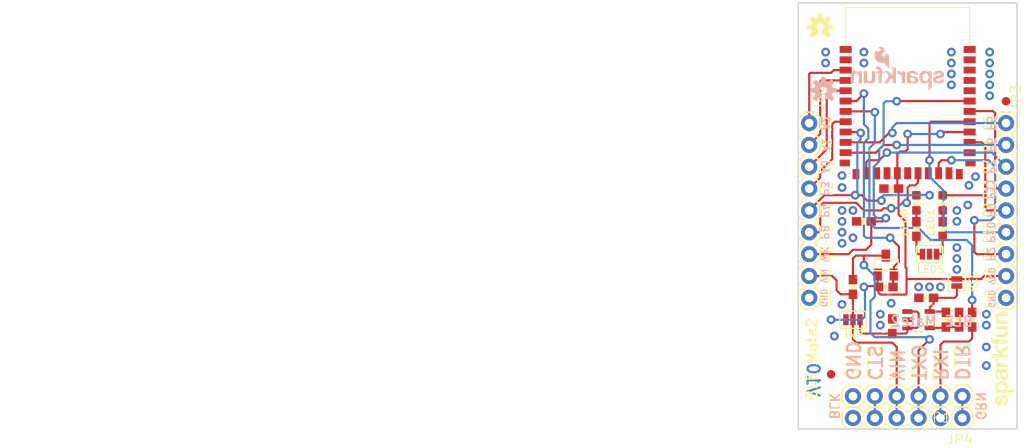
<source format=kicad_pcb>
(kicad_pcb (version 20211014) (generator pcbnew)
  (layers (0 "F.Cu" signal) (1 "In1.Cu" signal) (2 "In2.Cu" signal) (31 "B.Cu" signal) (34 "B.Paste" user) (35 "F.Paste" user) (36 "B.SilkS" user "B.Silkscreen") (37 "F.SilkS" user "F.Silkscreen") (38 "B.Mask" user) (39 "F.Mask" user) (44 "Edge.Cuts" user))
  (net 0 "")
  (net 1 "3.3V")
  (net 2 "TXO")
  (net 3 "RXI")
  (net 4 "N$3")
  (net 5 "GND")
  (net 6 "VDD")
  (net 7 "VIN")
  (net 8 "N$4")
  (net 9 "N$2")
  (net 10 "WAKE")
  (net 11 "N$5")
  (net 12 "N$6")
  (net 13 "N$8")
  (net 14 "N$9")
  (net 15 "PIO_10")
  (net 16 "PIO_9")
  (net 17 "PIO_7")
  (net 18 "PIO_6")
  (net 19 "PIO_5")
  (net 20 "PIO_4")
  (net 21 "PIO_3")
  (net 22 "AIO_2")
  (net 23 "AIO_1")
  (net 24 "AIO_0")
  (net 25 "V_UNREG")
  (net 26 "PIO_2")
  (net 27 "PIO_11")
  (net 28 "PIO_8")
  (net 29 "DTR")
  (net 30 "CTS")
  (footprint "boardEagle:PAD-JUMPER-3-2OF3_NC_BY_PASTE_YES_SILK_FULL_BOX" (layer "F.Cu") (at 142.1511 117.0686)
    (fp_text reference "INP0")
    (fp_text value "JUMPER-PAD-3-2OF3_NC_BY_PASTE")
  )
  (footprint "boardEagle:FIDUCIAL-1X2" (layer "F.Cu") (at 159.9311 91.6686)
    (fp_text reference "FID2" hide)
    (fp_text value "FIDUCIAL1X2" hide)
  )
  (footprint "boardEagle:FIDUCIAL-1X2" (layer "F.Cu") (at 139.6111 123.4186)
    (fp_text reference "FID1" hide)
    (fp_text value "FIDUCIAL1X2" hide)
  )
  (footprint "boardEagle:SOT23-5" (layer "F.Cu") (at 149.7711 117.0686 -90)
    (fp_text reference "U2")
    (fp_text value "AP2202-ADJ")
  )
  (footprint "boardEagle:0603-RES" (layer "F.Cu") (at 149.5171 106.5276 90)
    (fp_text reference "R8")
    (fp_text value "1K")
  )
  (footprint "boardEagle:SFE_LOGO_NAME_.1" (layer "F.Cu") (at 161.4551 127.6096 90)
    (fp_text reference "LOGO1" hide)
    (fp_text value "SFE_LOGO_NAME.1_INCH" hide)
  )
  (footprint "boardEagle:0603-CAP" (layer "F.Cu") (at 150.6601 114.5286 180)
    (fp_text reference "C2")
    (fp_text value "2.2uF")
  )
  (footprint "boardEagle:0603-RES" (layer "F.Cu") (at 155.9941 117.0686 -90)
    (fp_text reference "R1")
    (fp_text value "1K")
  )
  (footprint "boardEagle:OSHW-LOGO-S" (layer "F.Cu") (at 138.3411 83.0326)
    (fp_text reference "LOGO2" hide)
    (fp_text value "OSHW-LOGOS" hide)
  )
  (footprint "boardEagle:0603-RES" (layer "F.Cu") (at 152.9461 117.0686 90)
    (fp_text reference "R6")
    (fp_text value "16.2k")
  )
  (footprint "boardEagle:0603-RES" (layer "F.Cu") (at 142.1511 113.2586 -90)
    (fp_text reference "R3")
    (fp_text value "10K")
  )
  (footprint "boardEagle:LED-0603" (layer "F.Cu") (at 149.5171 103.4796 180)
    (fp_text reference "LED0")
    (fp_text value "BLUE")
  )
  (footprint "boardEagle:CREATIVE_COMMONS" (layer "F.Cu") (at 63.4111 99.2886)
    (fp_text reference "FRAME1" hide)
    (fp_text value "FRAME-LETTER" hide)
  )
  (footprint "boardEagle:PAD-JUMPER-2-NC_BY_PASTE_YES_SILK" (layer "F.Cu") (at 154.2161 112.7506 90)
    (fp_text reference "REG0")
    (fp_text value "JUMPER-PAD-2-NC_BY_PASTE")
  )
  (footprint "boardEagle:BC118" (layer "F.Cu") (at 148.5011 90.3986)
    (fp_text reference "U1")
    (fp_text value "")
  )
  (footprint "boardEagle:LED-0603" (layer "F.Cu") (at 152.5651 103.4796 180)
    (fp_text reference "LED1")
    (fp_text value "RED")
  )
  (footprint "boardEagle:PAD-JUMPER-3-NC_BY_PASTE_YES_SILK_FULL_BOX" (layer "F.Cu") (at 151.0411 109.4486)
    (fp_text reference "LEDS0")
    (fp_text value "JUMPER-PAD-3-NC_BY_PASTE")
  )
  (footprint "boardEagle:0603-RES" (layer "F.Cu") (at 145.9611 113.2586 180)
    (fp_text reference "R4")
    (fp_text value "10K")
  )
  (footprint "boardEagle:FTDI_BASIC" (layer "F.Cu") (at 154.8511 125.9586 180)
    (fp_text reference "JP1")
    (fp_text value "FTDI_BASICPTH")
  )
  (footprint "boardEagle:0603-CAP" (layer "F.Cu") (at 146.7231 117.8306 90)
    (fp_text reference "C3")
    (fp_text value "1.0uF")
  )
  (footprint "boardEagle:0603-RES" (layer "F.Cu") (at 152.5651 106.5276 90)
    (fp_text reference "R5")
    (fp_text value "1K")
  )
  (footprint "boardEagle:0603-RES" (layer "F.Cu") (at 143.4211 105.6386)
    (fp_text reference "R2")
    (fp_text value "100k")
  )
  (footprint "boardEagle:0603-RES" (layer "F.Cu") (at 154.4701 117.0686 90)
    (fp_text reference "R7")
    (fp_text value "26.7k")
  )
  (footprint "boardEagle:1X09" (layer "F.Cu") (at 137.0711 94.2086 -90)
    (fp_text reference "JP2")
    (fp_text value "M09")
  )
  (footprint "boardEagle:1X09" (layer "F.Cu") (at 159.9311 94.2086 -90)
    (fp_text reference "JP3")
    (fp_text value "M09")
  )
  (footprint "boardEagle:1X06" (layer "F.Cu") (at 154.8511 128.4986 180)
    (fp_text reference "JP4")
    (fp_text value "")
  )
  (footprint "boardEagle:SOT23" (layer "F.Cu") (at 145.9611 110.7186)
    (fp_text reference "Q1")
    (fp_text value "BSS138")
  )
  (footprint "boardEagle:0603-CAP" (layer "F.Cu") (at 146.5961 101.8286 180)
    (fp_text reference "C1")
    (fp_text value "10nF")
  )
  (footprint "boardEagle:OSHW-LOGO-S" (layer "B.Cu") (at 138.7221 90.3986 180)
    (fp_text reference "LOGO4" hide)
    (fp_text value "OSHW-LOGOS" hide)
  )
  (footprint "boardEagle:SFE_LOGO_NAME_FLAME_.1" (layer "B.Cu") (at 153.2001 90.5256 180)
    (fp_text reference "LOGO3" hide)
    (fp_text value "SFE_LOGO_NAME_FLAME.1_INCH" hide)
  )
  (gr_line (start 161.2011 129.7686) (end 135.8011 129.7686) (layer "Edge.Cuts") (width 0.1524))
  (gr_line (start 161.2011 80.2386) (end 161.2011 129.7686) (layer "Edge.Cuts") (width 0.1524))
  (gr_line (start 135.8011 80.2386) (end 135.8011 129.7686) (layer "Edge.Cuts") (width 0.1524))
  (gr_line (start 135.8011 80.2386) (end 161.2011 80.2386) (layer "Edge.Cuts") (width 0.1524))
  (gr_text "V10" (at 136.6901 124.0536 -90) (layer "B.Cu") (effects (font (size 1.42494 1.42494) (thickness 0.25146)) (justify bottom mirror)))
  (gr_text "P5" (at 158.6611 94.2086 -90) (layer "B.SilkS") (effects (font (size 0.8636 0.8636) (thickness 0.1524)) (justify top mirror)))
  (gr_text "TXO" (at 149.7711 124.3076 -90) (layer "B.SilkS") (effects (font (size 1.5113 1.5113) (thickness 0.2667)) (justify left mirror)))
  (gr_text "CTS" (at 144.6911 124.3076 -90) (layer "B.SilkS") (effects (font (size 1.5113 1.5113) (thickness 0.2667)) (justify left mirror)))
  (gr_text "VDD" (at 158.6611 111.9886 -90) (layer "B.SilkS") (effects (font (size 0.69088 0.69088) (thickness 0.12192)) (justify top mirror)))
  (gr_text "P3" (at 138.3411 101.8286 -90) (layer "B.SilkS") (effects (font (size 0.8636 0.8636) (thickness 0.1524)) (justify bottom mirror)))
  (gr_text "A0" (at 138.3411 99.2886 -90) (layer "B.SilkS") (effects (font (size 0.8636 0.8636) (thickness 0.1524)) (justify bottom mirror)))
  (gr_text "P4" (at 138.3411 104.3686 -90) (layer "B.SilkS") (effects (font (size 0.8636 0.8636) (thickness 0.1524)) (justify bottom mirror)))
  (gr_text "P8" (at 138.3411 106.9086 -90) (layer "B.SilkS") (effects (font (size 0.8636 0.8636) (thickness 0.1524)) (justify bottom mirror)))
  (gr_text "A2" (at 138.4681 94.2086 -90) (layer "B.SilkS") (effects (font (size 0.8636 0.8636) (thickness 0.1524)) (justify bottom mirror)))
  (gr_text "A1" (at 138.4681 96.7486 -90) (layer "B.SilkS") (effects (font (size 0.8636 0.8636) (thickness 0.1524)) (justify bottom mirror)))
  (gr_text "P7" (at 158.6611 99.2886 -90) (layer "B.SilkS") (effects (font (size 0.8636 0.8636) (thickness 0.1524)) (justify top mirror)))
  (gr_text "VIN" (at 138.3411 111.9886 -90) (layer "B.SilkS") (effects (font (size 0.69088 0.69088) (thickness 0.12192)) (justify bottom mirror)))
  (gr_text "P11" (at 158.6611 101.8286 -90) (layer "B.SilkS") (effects (font (size 0.8636 0.8636) (thickness 0.1524)) (justify top mirror)))
  (gr_text "P10" (at 158.6611 106.9086 -90) (layer "B.SilkS") (effects (font (size 0.8636 0.8636) (thickness 0.1524)) (justify top mirror)))
  (gr_text "BLK" (at 139.3571 128.7526 -90) (layer "B.SilkS") (effects (font (size 1.0795 1.0795) (thickness 0.1905)) (justify left bottom mirror)))
  (gr_text "VIN" (at 147.2311 124.3076 -90) (layer "B.SilkS") (effects (font (size 1.5113 1.5113) (thickness 0.2667)) (justify left mirror)))
  (gr_text "GND" (at 142.1511 124.3076 -90) (layer "B.SilkS") (effects (font (size 1.5113 1.5113) (thickness 0.2667)) (justify left mirror)))
  (gr_text "RXI" (at 152.3111 124.3076 -90) (layer "B.SilkS") (effects (font (size 1.5113 1.5113) (thickness 0.2667)) (justify left mirror)))
  (gr_text "P2" (at 158.6611 109.4486 -90) (layer "B.SilkS") (effects (font (size 0.8636 0.8636) (thickness 0.1524)) (justify top mirror)))
  (gr_text "BLE Mate2" (at 151.2951 117.9576) (layer "B.SilkS") (effects (font (size 1.20904 1.20904) (thickness 0.21336)) (justify bottom mirror)))
  (gr_text "GND" (at 158.6611 114.6556 -90) (layer "B.SilkS") (effects (font (size 0.69088 0.69088) (thickness 0.12192)) (justify top mirror)))
  (gr_text "GRN" (at 156.3751 128.8796 -90) (layer "B.SilkS") (effects (font (size 1.0795 1.0795) (thickness 0.1905)) (justify left bottom mirror)))
  (gr_text "GND" (at 138.3411 114.5286 -90) (layer "B.SilkS") (effects (font (size 0.69088 0.69088) (thickness 0.12192)) (justify bottom mirror)))
  (gr_text "DTR" (at 154.8511 124.3076 -90) (layer "B.SilkS") (effects (font (size 1.5113 1.5113) (thickness 0.2667)) (justify left mirror)))
  (gr_text "P6" (at 158.6611 96.7486 -90) (layer "B.SilkS") (effects (font (size 0.8636 0.8636) (thickness 0.1524)) (justify top mirror)))
  (gr_text "WK" (at 138.3411 109.4486 -90) (layer "B.SilkS") (effects (font (size 0.8636 0.8636) (thickness 0.1524)) (justify bottom mirror)))
  (gr_text "P9" (at 158.6611 104.3686 -90) (layer "B.SilkS") (effects (font (size 0.8636 0.8636) (thickness 0.1524)) (justify top mirror)))
  (gr_text "LED0" (at 148.6281 105.7656 90) (layer "F.SilkS") (effects (font (size 0.8636 0.8636) (thickness 0.1524)) (justify bottom)))
  (gr_text "GND" (at 138.8491 114.5286 90) (layer "F.SilkS") (effects (font (size 0.69088 0.69088) (thickness 0.12192)) (justify top)))
  (gr_text "P6" (at 158.2801 96.7486 90) (layer "F.SilkS") (effects (font (size 0.8636 0.8636) (thickness 0.1524)) (justify bottom)))
  (gr_text "TXO" (at 149.7711 124.3076 90) (layer "F.SilkS") (effects (font (size 1.5113 1.5113) (thickness 0.2667)) (justify left)))
  (gr_text "GND" (at 142.1511 124.3076 90) (layer "F.SilkS") (effects (font (size 1.5113 1.5113) (thickness 0.2667)) (justify left)))
  (gr_text "P3" (at 138.8491 101.8286 90) (layer "F.SilkS") (effects (font (size 0.8636 0.8636) (thickness 0.1524)) (justify top)))
  (gr_text "RXI" (at 152.3111 124.3076 90) (layer "F.SilkS") (effects (font (size 1.5113 1.5113) (thickness 0.2667)) (justify left)))
  (gr_text "VDD" (at 158.2801 111.9886 90) (layer "F.SilkS") (effects (font (size 0.69088 0.69088) (thickness 0.12192)) (justify bottom)))
  (gr_text "A1" (at 138.7221 96.7486 90) (layer "F.SilkS") (effects (font (size 0.8636 0.8636) (thickness 0.1524)) (justify top)))
  (gr_text "GRN" (at 157.6451 128.8796 90) (layer "F.SilkS") (effects (font (size 1.0795 1.0795) (thickness 0.1905)) (justify left bottom)))
  (gr_text "A0" (at 138.8491 99.2886 90) (layer "F.SilkS") (effects (font (size 0.8636 0.8636) (thickness 0.1524)) (justify top)))
  (gr_text "P8" (at 138.8491 106.9086 90) (layer "F.SilkS") (effects (font (size 0.8636 0.8636) (thickness 0.1524)) (justify top)))
  (gr_text "VIN" (at 147.2311 124.3076 90) (layer "F.SilkS") (effects (font (size 1.5113 1.5113) (thickness 0.2667)) (justify left)))
  (gr_text "VIN" (at 138.8491 111.9886 90) (layer "F.SilkS") (effects (font (size 0.69088 0.69088) (thickness 0.12192)) (justify top)))
  (gr_text "P9" (at 158.2801 104.3686 90) (layer "F.SilkS") (effects (font (size 0.8636 0.8636) (thickness 0.1524)) (justify bottom)))
  (gr_text "P10" (at 158.2801 106.9086 90) (layer "F.SilkS") (effects (font (size 0.8636 0.8636) (thickness 0.1524)) (justify bottom)))
  (gr_text "P11" (at 158.2801 101.8286 90) (layer "F.SilkS") (effects (font (size 0.8636 0.8636) (thickness 0.1524)) (justify bottom)))
  (gr_text "P2" (at 158.2801 109.4486 90) (layer "F.SilkS") (effects (font (size 0.8636 0.8636) (thickness 0.1524)) (justify bottom)))
  (gr_text "P7" (at 158.2801 99.2886 90) (layer "F.SilkS") (effects (font (size 0.8636 0.8636) (thickness 0.1524)) (justify bottom)))
  (gr_text "GND" (at 158.2801 114.6556 90) (layer "F.SilkS") (effects (font (size 0.69088 0.69088) (thickness 0.12192)) (justify bottom)))
  (gr_text "BLK" (at 140.6271 128.7526 90) (layer "F.SilkS") (effects (font (size 1.0795 1.0795) (thickness 0.1905)) (justify left bottom)))
  (gr_text "INP" (at 142.2781 118.3386) (layer "F.SilkS") (effects (font (size 0.8636 0.8636) (thickness 0.1524)) (justify top)))
  (gr_text "DTR" (at 154.8511 124.3076 90) (layer "F.SilkS") (effects (font (size 1.5113 1.5113) (thickness 0.2667)) (justify left)))
  (gr_text "LED1" (at 151.6761 105.7656 90) (layer "F.SilkS") (effects (font (size 0.8636 0.8636) (thickness 0.1524)) (justify bottom)))
  (gr_text "BLE Mate2" (at 138.0871 121.6406 90) (layer "F.SilkS") (effects (font (size 1.20904 1.20904) (thickness 0.21336)) (justify bottom)))
  (gr_text "P4" (at 138.8491 104.3686 90) (layer "F.SilkS") (effects (font (size 0.8636 0.8636) (thickness 0.1524)) (justify top)))
  (gr_text "LEDS" (at 151.1681 111.7346) (layer "F.SilkS") (effects (font (size 0.8636 0.8636) (thickness 0.1524)) (justify bottom)))
  (gr_text "A2" (at 138.7221 94.2086 90) (layer "F.SilkS") (effects (font (size 0.8636 0.8636) (thickness 0.1524)) (justify top)))
  (gr_text "P5" (at 158.2801 94.2086 90) (layer "F.SilkS") (effects (font (size 0.8636 0.8636) (thickness 0.1524)) (justify bottom)))
  (gr_text "CTS" (at 144.6911 124.3076 90) (layer "F.SilkS") (effects (font (size 1.5113 1.5113) (thickness 0.2667)) (justify left)))
  (gr_text "REG" (at 155.6131 112.6236 90) (layer "F.SilkS") (effects (font (size 0.8636 0.8636) (thickness 0.1524)) (justify top)))
  (gr_text "WK" (at 138.8491 109.4486 90) (layer "F.SilkS") (effects (font (size 0.8636 0.8636) (thickness 0.1524)) (justify top)))
  (segment (start 154.2161 114.2746) (end 154.2161 113.1515) (width 0.254) (layer "F.Cu") (net 1))
  (segment (start 151.0712 116.1186) (end 152.8461 116.1186) (width 0.254) (layer "F.Cu") (net 1))
  (segment (start 152.8461 116.1186) (end 152.9461 116.2186) (width 0.254) (layer "F.Cu") (net 1))
  (segment (start 151.0712 115.6415) (end 151.5101 115.2026) (width 0.254) (layer "F.Cu") (net 1))
  (segment (start 151.5101 114.5286) (end 153.9621 114.5286) (width 0.254) (layer "F.Cu") (net 1))
  (segment (start 153.9621 114.5286) (end 154.2161 114.2746) (width 0.254) (layer "F.Cu") (net 1))
  (segment (start 151.5101 114.5286) (end 151.5101 115.2026) (width 0.254) (layer "F.Cu") (net 1))
  (segment (start 151.0712 116.1186) (end 151.0712 115.6415) (width 0.254) (layer "F.Cu") (net 1))
  (segment (start 149.7711 120.6246) (end 149.7711 125.9586) (width 0.254) (layer "F.Cu") (net 2))
  (segment (start 143.4211 109.6186) (end 142.4891 109.6186) (width 0.254) (layer "F.Cu") (net 2))
  (segment (start 142.1511 109.9566) (end 142.4891 109.6186) (width 0.254) (layer "F.Cu") (net 2))
  (segment (start 145.9611 109.6186) (end 143.4211 109.6186) (width 0.254) (layer "F.Cu") (net 2))
  (segment (start 143.4211 110.7186) (end 143.4211 109.6186) (width 0.254) (layer "F.Cu") (net 2))
  (segment (start 151.0411 119.3546) (end 149.7711 120.6246) (width 0.254) (layer "F.Cu") (net 2))
  (segment (start 142.1511 112.4086) (end 142.1511 109.9566) (width 0.254) (layer "F.Cu") (net 2))
  (via (at 151.0411 119.3546) (size 1.016) (drill 0.508) (layers "F.Cu" "B.Cu") (net 2))
  (via (at 143.4211 110.7186) (size 1.016) (drill 0.508) (layers "F.Cu" "B.Cu") (net 2))
  (segment (start 144.1831 118.5926) (end 144.6911 119.1006) (width 0.254) (layer "B.Cu") (net 2))
  (segment (start 144.1831 114.9096) (end 144.1831 118.5926) (width 0.254) (layer "B.Cu") (net 2))
  (segment (start 150.7871 119.1006) (end 151.0411 119.3546) (width 0.254) (layer "B.Cu") (net 2))
  (segment (start 144.6911 111.9886) (end 144.6911 114.4016) (width 0.254) (layer "B.Cu") (net 2))
  (segment (start 144.6911 114.4016) (end 144.1831 114.9096) (width 0.254) (layer "B.Cu") (net 2))
  (segment (start 144.6911 111.9886) (end 143.4211 110.7186) (width 0.254) (layer "B.Cu") (net 2))
  (segment (start 144.6911 119.1006) (end 150.7871 119.1006) (width 0.254) (layer "B.Cu") (net 2))
  (segment (start 149.7711 125.9586) (end 149.7711 128.4986) (width 0.254) (layer "B.Cu") (net 2))
  (segment (start 155.9941 119.2276) (end 155.9941 117.9186) (width 0.254) (layer "F.Cu") (net 3))
  (segment (start 152.3111 125.9586) (end 152.3111 119.9896) (width 0.254) (layer "F.Cu") (net 3))
  (segment (start 155.6131 119.6086) (end 155.9941 119.2276) (width 0.254) (layer "F.Cu") (net 3))
  (segment (start 152.6921 119.6086) (end 155.6131 119.6086) (width 0.254) (layer "F.Cu") (net 3))
  (segment (start 152.3111 119.9896) (end 152.6921 119.6086) (width 0.254) (layer "F.Cu") (net 3))
  (segment (start 152.3111 125.9586) (end 152.3111 128.4986) (width 0.254) (layer "B.Cu") (net 3))
  (segment (start 151.0712 118.0186) (end 152.8461 118.0186) (width 0.254) (layer "F.Cu") (net 4))
  (segment (start 152.8461 118.0186) (end 152.9461 117.9186) (width 0.254) (layer "F.Cu") (net 4))
  (segment (start 152.9461 117.9186) (end 154.4701 117.9186) (width 0.254) (layer "F.Cu") (net 4))
  (via (at 142.1511 104.3686) (size 1.016) (drill 0.508) (layers "F.Cu" "B.Cu") (net 5))
  (via (at 154.2161 109.9566) (size 1.016) (drill 0.508) (layers "F.Cu" "B.Cu") (net 5))
  (via (at 139.9921 118.9736) (size 1.016) (drill 0.508) (layers "F.Cu" "B.Cu") (net 5))
  (via (at 153.5811 87.2236) (size 1.016) (drill 0.508) (layers "F.Cu" "B.Cu") (net 5))
  (via (at 152.3111 113.2586) (size 1.016) (drill 0.508) (layers "F.Cu" "B.Cu") (net 5))
  (via (at 143.4211 87.2236) (size 1.016) (drill 0.508) (layers "F.Cu" "B.Cu") (net 5))
  (via (at 140.8811 108.1786) (size 1.016) (drill 0.508) (layers "F.Cu" "B.Cu") (net 5))
  (via (at 158.0261 88.4936) (size 1.016) (drill 0.508) (layers "F.Cu" "B.Cu") (net 5))
  (via (at 145.3261 117.7036) (size 1.016) (drill 0.508) (layers "F.Cu" "B.Cu") (net 5))
  (via (at 138.9761 85.9536) (size 1.016) (drill 0.508) (layers "F.Cu" "B.Cu") (net 5))
  (via (at 157.6451 122.4026) (size 1.016) (drill 0.508) (layers "F.Cu" "B.Cu") (net 5))
  (via (at 157.6451 116.4336) (size 1.016) (drill 0.508) (layers "F.Cu" "B.Cu") (net 5))
  (via (at 146.5961 115.1636) (size 1.016) (drill 0.508) (layers "F.Cu" "B.Cu") (net 5))
  (via (at 140.8811 104.3686) (size 1.016) (drill 0.508) (layers "F.Cu" "B.Cu") (net 5))
  (via (at 153.5811 88.4936) (size 1.016) (drill 0.508) (layers "F.Cu" "B.Cu") (net 5))
  (via (at 155.6131 101.4476) (size 1.016) (drill 0.508) (layers "F.Cu" "B.Cu") (net 5))
  (via (at 140.8811 101.7016) (size 1.016) (drill 0.508) (layers "F.Cu" "B.Cu") (net 5))
  (via (at 158.0261 89.7636) (size 1.016) (drill 0.508) (layers "F.Cu" "B.Cu") (net 5))
  (via (at 142.1511 107.5436) (size 1.016) (drill 0.508) (layers "F.Cu" "B.Cu") (net 5))
  (via (at 157.6451 120.2436) (size 1.016) (drill 0.508) (layers "F.Cu" "B.Cu") (net 5))
  (via (at 157.6451 117.7036) (size 1.016) (drill 0.508) (layers "F.Cu" "B.Cu") (net 5))
  (via (at 145.3261 116.4336) (size 1.016) (drill 0.508) (layers "F.Cu" "B.Cu") (net 5))
  (via (at 154.2161 108.6866) (size 1.016) (drill 0.508) (layers "F.Cu" "B.Cu") (net 5))
  (via (at 158.0261 85.9536) (size 1.016) (drill 0.508) (layers "F.Cu" "B.Cu") (net 5))
  (via (at 153.5811 89.7636) (size 1.016) (drill 0.508) (layers "F.Cu" "B.Cu") (net 5))
  (via (at 140.8811 105.6386) (size 1.016) (drill 0.508) (layers "F.Cu" "B.Cu") (net 5))
  (via (at 158.0261 91.0336) (size 1.016) (drill 0.508) (layers "F.Cu" "B.Cu") (net 5))
  (via (at 140.8811 115.2906) (size 1.016) (drill 0.508) (layers "F.Cu" "B.Cu") (net 5))
  (via (at 138.9761 87.2236) (size 1.016) (drill 0.508) (layers "F.Cu" "B.Cu") (net 5))
  (via (at 153.5811 85.9536) (size 1.016) (drill 0.508) (layers "F.Cu" "B.Cu") (net 5))
  (via (at 154.2161 104.3686) (size 1.016) (drill 0.508) (layers "F.Cu" "B.Cu") (net 5))
  (via (at 143.4211 85.9536) (size 1.016) (drill 0.508) (layers "F.Cu" "B.Cu") (net 5))
  (via (at 140.8811 100.3046) (size 1.016) (drill 0.508) (layers "F.Cu" "B.Cu") (net 5))
  (via (at 154.2161 105.6386) (size 1.016) (drill 0.508) (layers "F.Cu" "B.Cu") (net 5))
  (via (at 151.0411 113.2586) (size 1.016) (drill 0.508) (layers "F.Cu" "B.Cu") (net 5))
  (via (at 149.7711 113.2586) (size 1.016) (drill 0.508) (layers "F.Cu" "B.Cu") (net 5))
  (via (at 156.3751 100.4316) (size 1.016) (drill 0.508) (layers "F.Cu" "B.Cu") (net 5))
  (via (at 154.2161 111.2266) (size 1.016) (drill 0.508) (layers "F.Cu" "B.Cu") (net 5))
  (via (at 158.0261 87.2236) (size 1.016) (drill 0.508) (layers "F.Cu" "B.Cu") (net 5))
  (via (at 140.8811 106.9086) (size 1.016) (drill 0.508) (layers "F.Cu" "B.Cu") (net 5))
  (via (at 155.4861 103.7336) (size 1.016) (drill 0.508) (layers "F.Cu" "B.Cu") (net 5))
  (segment (start 157.0418 112.3379) (end 157.3911 111.9886) (width 0.254) (layer "F.Cu") (net 6))
  (segment (start 148.3741 114.0206) (end 148.2471 114.1476) (width 0.254) (layer "F.Cu") (net 6))
  (segment (start 145.3261 114.1476) (end 145.1111 113.9326) (width 0.254) (layer "F.Cu") (net 6))
  (segment (start 148.5011 97.2566) (end 148.2471 97.5106) (width 0.254) (layer "F.Cu") (net 6))
  (segment (start 148.2471 114.1476) (end 145.3261 114.1476) (width 0.254) (layer "F.Cu") (net 6))
  (segment (start 148.2471 110.9726) (end 148.3741 111.0996) (width 0.254) (layer "F.Cu") (net 6))
  (segment (start 145.0111 111.8186) (end 145.0111 113.1586) (width 0.254) (layer "F.Cu") (net 6))
  (segment (start 147.3011 100.0486) (end 147.3011 101.6836) (width 0.254) (layer "F.Cu") (net 6))
  (segment (start 148.5011 95.4786) (end 148.5011 97.2566) (width 0.254) (layer "F.Cu") (net 6))
  (segment (start 157.3911 111.9886) (end 159.9311 111.9886) (width 0.254) (layer "F.Cu") (net 6))
  (segment (start 147.4461 104.8376) (end 148.2471 105.6386) (width 0.254) (layer "F.Cu") (net 6))
  (segment (start 154.2161 112.3379) (end 148.4058 112.3379) (width 0.254) (layer "F.Cu") (net 6))
  (segment (start 148.2471 97.5106) (end 147.6121 97.5106) (width 0.254) (layer "F.Cu") (net 6))
  (segment (start 141.3383 117.0686) (end 139.6111 117.0686) (width 0.254) (layer "F.Cu") (net 6))
  (segment (start 147.6121 97.5106) (end 147.3011 97.8216) (width 0.254) (layer "F.Cu") (net 6))
  (segment (start 147.4461 101.8286) (end 147.4461 104.8376) (width 0.254) (layer "F.Cu") (net 6))
  (segment (start 145.0111 113.1586) (end 145.1111 113.2586) (width 0.254) (layer "F.Cu") (net 6))
  (segment (start 147.3011 100.0486) (end 147.3011 97.8216) (width 0.254) (layer "F.Cu") (net 6))
  (segment (start 145.1111 113.2586) (end 145.1111 113.9326) (width 0.254) (layer "F.Cu") (net 6))
  (segment (start 152.5411 95.2486) (end 152.3111 95.4786) (width 0.254) (layer "F.Cu") (net 6))
  (segment (start 145.0111 113.1586) (end 143.5211 113.1586) (width 0.254) (layer "F.Cu") (net 6))
  (segment (start 155.7011 95.2486) (end 152.5411 95.2486) (width 0.254) (layer "F.Cu") (net 6))
  (segment (start 154.2161 112.3379) (end 157.0418 112.3379) (width 0.254) (layer "F.Cu") (net 6))
  (segment (start 148.3741 112.3696) (end 148.3741 114.0206) (width 0.254) (layer "F.Cu") (net 6))
  (segment (start 148.4058 112.3379) (end 148.3741 112.3696) (width 0.254) (layer "F.Cu") (net 6))
  (segment (start 148.2471 105.6386) (end 148.2471 110.9726) (width 0.254) (layer "F.Cu") (net 6))
  (segment (start 148.3741 111.0996) (end 148.3741 112.3696) (width 0.254) (layer "F.Cu") (net 6))
  (segment (start 143.5211 113.1586) (end 143.4211 113.2586) (width 0.254) (layer "F.Cu") (net 6))
  (segment (start 147.3011 101.6836) (end 147.4461 101.8286) (width 0.254) (layer "F.Cu") (net 6))
  (via (at 152.3111 95.4786) (size 1.016) (drill 0.508) (layers "F.Cu" "B.Cu") (net 6))
  (via (at 143.4211 113.2586) (size 1.016) (drill 0.508) (layers "F.Cu" "B.Cu") (net 6))
  (via (at 139.6111 117.0686) (size 1.016) (drill 0.508) (layers "F.Cu" "B.Cu") (net 6))
  (via (at 148.5011 95.4786) (size 1.016) (drill 0.508) (layers "F.Cu" "B.Cu") (net 6))
  (segment (start 139.6111 117.0686) (end 143.1671 117.0686) (width 0.254) (layer "B.Cu") (net 6))
  (segment (start 143.5481 116.6876) (end 143.5481 113.3856) (width 0.254) (layer "B.Cu") (net 6))
  (segment (start 143.1671 117.0686) (end 143.5481 116.6876) (width 0.254) (layer "B.Cu") (net 6))
  (segment (start 143.5481 113.3856) (end 143.4211 113.2586) (width 0.254) (layer "B.Cu") (net 6))
  (segment (start 152.3111 95.4786) (end 148.5011 95.4786) (width 0.254) (layer "B.Cu") (net 6))
  (segment (start 142.1511 119.3546) (end 142.5321 119.7356) (width 0.254) (layer "F.Cu") (net 7))
  (segment (start 140.2461 113.6396) (end 140.2461 112.4966) (width 0.254) (layer "F.Cu") (net 7))
  (segment (start 146.7231 119.7356) (end 147.2311 120.2436) (width 0.254) (layer "F.Cu") (net 7))
  (segment (start 142.1511 117.0686) (end 142.1511 114.1086) (width 0.254) (layer "F.Cu") (net 7))
  (segment (start 140.7151 114.1086) (end 140.2461 113.6396) (width 0.254) (layer "F.Cu") (net 7))
  (segment (start 142.1511 114.1086) (end 140.7151 114.1086) (width 0.254) (layer "F.Cu") (net 7))
  (segment (start 140.2461 112.4966) (end 139.7381 111.9886) (width 0.254) (layer "F.Cu") (net 7))
  (segment (start 142.5321 119.7356) (end 146.7231 119.7356) (width 0.254) (layer "F.Cu") (net 7))
  (segment (start 142.1511 117.0686) (end 142.1511 119.3546) (width 0.254) (layer "F.Cu") (net 7))
  (segment (start 147.2311 120.2436) (end 147.2311 125.9586) (width 0.254) (layer "F.Cu") (net 7))
  (segment (start 137.0711 111.9886) (end 139.7381 111.9886) (width 0.254) (layer "F.Cu") (net 7))
  (segment (start 147.2311 125.9586) (end 147.2311 128.4986) (width 0.254) (layer "B.Cu") (net 7))
  (segment (start 142.5521 91.6486) (end 143.4211 90.7796) (width 0.254) (layer "F.Cu") (net 8))
  (segment (start 147.4851 110.3376) (end 147.4851 108.5596) (width 0.254) (layer "F.Cu") (net 8))
  (segment (start 146.8111 113.2586) (end 146.8111 111.9186) (width 0.254) (layer "F.Cu") (net 8))
  (segment (start 141.3011 91.6486) (end 142.5521 91.6486) (width 0.254) (layer "F.Cu") (net 8))
  (segment (start 146.9111 110.9116) (end 147.4851 110.3376) (width 0.254) (layer "F.Cu") (net 8))
  (segment (start 147.4851 108.5596) (end 146.4691 107.5436) (width 0.254) (layer "F.Cu") (net 8))
  (segment (start 146.8111 111.9186) (end 146.9111 111.8186) (width 0.254) (layer "F.Cu") (net 8))
  (segment (start 146.9111 111.8186) (end 146.9111 110.9116) (width 0.254) (layer "F.Cu") (net 8))
  (via (at 143.4211 90.7796) (size 1.016) (drill 0.508) (layers "F.Cu" "B.Cu") (net 8))
  (via (at 146.4691 107.5436) (size 1.016) (drill 0.508) (layers "F.Cu" "B.Cu") (net 8))
  (segment (start 143.4211 90.7796) (end 143.4211 94.3356) (width 0.254) (layer "B.Cu") (net 8))
  (segment (start 143.9291 94.8436) (end 143.9291 95.9866) (width 0.254) (layer "B.Cu") (net 8))
  (segment (start 143.4211 94.3356) (end 143.9291 94.8436) (width 0.254) (layer "B.Cu") (net 8))
  (segment (start 143.9291 95.9866) (end 143.4211 96.4946) (width 0.254) (layer "B.Cu") (net 8))
  (segment (start 143.4211 96.4946) (end 143.4211 107.2896) (width 0.254) (layer "B.Cu") (net 8))
  (segment (start 143.6751 107.5436) (end 146.4691 107.5436) (width 0.254) (layer "B.Cu") (net 8))
  (segment (start 143.4211 107.2896) (end 143.6751 107.5436) (width 0.254) (layer "B.Cu") (net 8))
  (segment (start 155.9941 116.2186) (end 155.9941 114.7826) (width 0.254) (layer "F.Cu") (net 9))
  (segment (start 144.6011 92.8486) (end 144.6911 92.9386) (width 0.254) (layer "F.Cu") (net 9))
  (segment (start 141.3011 92.8486) (end 144.6011 92.8486) (width 0.254) (layer "F.Cu") (net 9))
  (via (at 144.6911 92.9386) (size 1.016) (drill 0.508) (layers "F.Cu" "B.Cu") (net 9))
  (via (at 155.9941 114.7826) (size 1.016) (drill 0.508) (layers "F.Cu" "B.Cu") (net 9))
  (segment (start 144.0561 105.7656) (end 144.6911 106.4006) (width 0.254) (layer "B.Cu") (net 9))
  (segment (start 155.3591 107.7976) (end 155.9941 108.4326) (width 0.254) (layer "B.Cu") (net 9))
  (segment (start 151.1681 107.7976) (end 155.3591 107.7976) (width 0.254) (layer "B.Cu") (net 9))
  (segment (start 144.6911 96.4946) (end 144.0561 97.1296) (width 0.254) (layer "B.Cu") (net 9))
  (segment (start 155.9941 108.4326) (end 155.9941 114.7826) (width 0.254) (layer "B.Cu") (net 9))
  (segment (start 144.6911 106.4006) (end 149.7711 106.4006) (width 0.254) (layer "B.Cu") (net 9))
  (segment (start 149.7711 106.4006) (end 151.1681 107.7976) (width 0.254) (layer "B.Cu") (net 9))
  (segment (start 144.6911 92.9386) (end 144.6911 96.4946) (width 0.254) (layer "B.Cu") (net 9))
  (segment (start 144.0561 97.1296) (end 144.0561 105.7656) (width 0.254) (layer "B.Cu") (net 9))
  (segment (start 155.7011 91.6486) (end 147.2511 91.6486) (width 0.254) (layer "F.Cu") (net 10))
  (segment (start 142.1511 108.9406) (end 143.6751 108.9406) (width 0.254) (layer "F.Cu") (net 10))
  (segment (start 137.0711 109.4486) (end 141.6431 109.4486) (width 0.254) (layer "F.Cu") (net 10))
  (segment (start 147.2511 91.6486) (end 147.2311 91.6686) (width 0.254) (layer "F.Cu") (net 10))
  (segment (start 144.2711 105.6386) (end 145.5801 105.6386) (width 0.254) (layer "F.Cu") (net 10))
  (segment (start 141.6431 109.4486) (end 142.1511 108.9406) (width 0.254) (layer "F.Cu") (net 10))
  (segment (start 143.6751 108.9406) (end 144.2711 108.3446) (width 0.254) (layer "F.Cu") (net 10))
  (segment (start 145.5801 105.6386) (end 145.9611 105.2576) (width 0.254) (layer "F.Cu") (net 10))
  (segment (start 144.2711 105.6386) (end 144.2711 108.3446) (width 0.254) (layer "F.Cu") (net 10))
  (via (at 145.9611 105.2576) (size 1.016) (drill 0.508) (layers "F.Cu" "B.Cu") (net 10))
  (via (at 147.2311 91.6686) (size 1.016) (drill 0.508) (layers "F.Cu" "B.Cu") (net 10))
  (segment (start 145.9611 105.2576) (end 144.9451 105.2576) (width 0.254) (layer "B.Cu") (net 10))
  (segment (start 145.1991 98.6536) (end 145.1991 97.2566) (width 0.254) (layer "B.Cu") (net 10))
  (segment (start 144.5641 104.8766) (end 144.5641 99.2886) (width 0.254) (layer "B.Cu") (net 10))
  (segment (start 145.7071 91.9226) (end 145.9611 91.6686) (width 0.254) (layer "B.Cu") (net 10))
  (segment (start 145.9611 91.6686) (end 147.2311 91.6686) (width 0.254) (layer "B.Cu") (net 10))
  (segment (start 145.1991 97.2566) (end 145.7071 96.7486) (width 0.254) (layer "B.Cu") (net 10))
  (segment (start 144.5641 99.2886) (end 145.1991 98.6536) (width 0.254) (layer "B.Cu") (net 10))
  (segment (start 144.9451 105.2576) (end 144.5641 104.8766) (width 0.254) (layer "B.Cu") (net 10))
  (segment (start 145.7071 96.7486) (end 145.7071 91.9226) (width 0.254) (layer "B.Cu") (net 10))
  (segment (start 149.5171 107.3776) (end 149.5171 109.3216) (width 0.254) (layer "F.Cu") (net 11))
  (segment (start 149.6441 109.4486) (end 150.2283 109.4486) (width 0.254) (layer "F.Cu") (net 11))
  (segment (start 149.5171 109.3216) (end 149.6441 109.4486) (width 0.254) (layer "F.Cu") (net 11))
  (segment (start 151.8539 109.4486) (end 152.4381 109.4486) (width 0.254) (layer "F.Cu") (net 12))
  (segment (start 152.4381 109.4486) (end 152.5651 109.3216) (width 0.254) (layer "F.Cu") (net 12))
  (segment (start 152.5651 109.3216) (end 152.5651 107.3776) (width 0.254) (layer "F.Cu") (net 12))
  (segment (start 149.5171 104.3566) (end 149.5171 105.6776) (width 0.254) (layer "F.Cu") (net 13))
  (segment (start 152.5651 104.3566) (end 152.5651 105.6776) (width 0.254) (layer "F.Cu") (net 14))
  (segment (start 151.0411 94.2086) (end 151.2011 94.0486) (width 0.254) (layer "F.Cu") (net 15))
  (segment (start 151.0411 98.5266) (end 151.0411 94.2086) (width 0.254) (layer "F.Cu") (net 15))
  (segment (start 155.7011 94.0486) (end 151.2011 94.0486) (width 0.254) (layer "F.Cu") (net 15))
  (via (at 151.0411 98.5266) (size 1.016) (drill 0.508) (layers "F.Cu" "B.Cu") (net 15))
  (segment (start 153.0731 106.9086) (end 152.6921 106.5276) (width 0.254) (layer "B.Cu") (net 15))
  (segment (start 152.6921 106.5276) (end 152.6921 102.0826) (width 0.254) (layer "B.Cu") (net 15))
  (segment (start 159.9311 106.9086) (end 153.0731 106.9086) (width 0.254) (layer "B.Cu") (net 15))
  (segment (start 152.6921 102.0826) (end 151.0411 100.4316) (width 0.254) (layer "B.Cu") (net 15))
  (segment (start 151.0411 100.4316) (end 151.0411 98.5266) (width 0.254) (layer "B.Cu") (net 15))
  (segment (start 152.5651 102.6026) (end 157.5061 102.6026) (width 0.254) (layer "F.Cu") (net 16))
  (segment (start 157.5181 104.1146) (end 157.7721 104.3686) (width 0.254) (layer "F.Cu") (net 16))
  (segment (start 157.5181 102.5906) (end 157.5181 104.1146) (width 0.254) (layer "F.Cu") (net 16))
  (segment (start 155.7011 96.4486) (end 157.0911 96.4486) (width 0.254) (layer "F.Cu") (net 16))
  (segment (start 157.7721 104.3686) (end 159.9311 104.3686) (width 0.254) (layer "F.Cu") (net 16))
  (segment (start 157.5181 96.8756) (end 157.5181 102.5906) (width 0.254) (layer "F.Cu") (net 16))
  (segment (start 157.5181 102.5906) (end 157.5061 102.6026) (width 0.254) (layer "F.Cu") (net 16))
  (segment (start 157.0911 96.4486) (end 157.5181 96.8756) (width 0.254) (layer "F.Cu") (net 16))
  (segment (start 143.7011 98.7546) (end 143.9291 98.5266) (width 0.254) (layer "F.Cu") (net 17))
  (segment (start 143.9291 98.5266) (end 145.1991 98.5266) (width 0.254) (layer "F.Cu") (net 17))
  (segment (start 143.7011 100.0486) (end 143.7011 98.7546) (width 0.254) (layer "F.Cu") (net 17))
  (segment (start 145.1991 98.5266) (end 146.0881 97.6376) (width 0.254) (layer "F.Cu") (net 17))
  (via (at 146.0881 97.6376) (size 1.016) (drill 0.508) (layers "F.Cu" "B.Cu") (net 17))
  (segment (start 146.0881 97.6376) (end 158.2801 97.6376) (width 0.254) (layer "B.Cu") (net 17))
  (segment (start 158.2801 97.6376) (end 159.9311 99.2886) (width 0.254) (layer "B.Cu") (net 17))
  (segment (start 145.7071 96.7486) (end 147.2311 96.7486) (width 0.254) (layer "F.Cu") (net 18))
  (segment (start 141.3011 97.6486) (end 144.8071 97.6486) (width 0.254) (layer "F.Cu") (net 18))
  (segment (start 144.8071 97.6486) (end 145.7071 96.7486) (width 0.254) (layer "F.Cu") (net 18))
  (via (at 147.2311 96.7486) (size 1.016) (drill 0.508) (layers "F.Cu" "B.Cu") (net 18))
  (segment (start 147.2311 96.7486) (end 159.9311 96.7486) (width 0.254) (layer "B.Cu") (net 18))
  (segment (start 145.2451 96.4486) (end 146.3421 95.3516) (width 0.254) (layer "F.Cu") (net 19))
  (segment (start 146.3421 95.3516) (end 146.7231 95.3516) (width 0.254) (layer "F.Cu") (net 19))
  (segment (start 141.3011 96.4486) (end 145.2451 96.4486) (width 0.254) (layer "F.Cu") (net 19))
  (via (at 146.7231 95.3516) (size 1.016) (drill 0.508) (layers "F.Cu" "B.Cu") (net 19))
  (segment (start 146.7231 94.7166) (end 147.2311 94.2086) (width 0.254) (layer "B.Cu") (net 19))
  (segment (start 147.2311 94.2086) (end 159.9311 94.2086) (width 0.254) (layer "B.Cu") (net 19))
  (segment (start 146.7231 95.3516) (end 146.7231 94.7166) (width 0.254) (layer "B.Cu") (net 19))
  (segment (start 149.5291 102.5906) (end 149.5171 102.6026) (width 0.254) (layer "F.Cu") (net 20))
  (segment (start 137.0711 104.3686) (end 138.8491 102.5906) (width 0.254) (layer "F.Cu") (net 20))
  (segment (start 142.9371 95.2486) (end 143.0401 95.3516) (width 0.254) (layer "F.Cu") (net 20))
  (segment (start 143.1671 102.5906) (end 143.8021 103.2256) (width 0.254) (layer "F.Cu") (net 20))
  (segment (start 142.4051 102.5906) (end 143.1671 102.5906) (width 0.254) (layer "F.Cu") (net 20))
  (segment (start 141.3011 95.2486) (end 142.9371 95.2486) (width 0.254) (layer "F.Cu") (net 20))
  (segment (start 142.4051 102.5906) (end 138.8491 102.5906) (width 0.254) (layer "F.Cu") (net 20))
  (segment (start 143.8021 103.2256) (end 145.4531 103.2256) (width 0.254) (layer "F.Cu") (net 20))
  (segment (start 151.0411 102.5906) (end 149.5291 102.5906) (width 0.254) (layer "F.Cu") (net 20))
  (via (at 145.4531 103.2256) (size 1.016) (drill 0.508) (layers "F.Cu" "B.Cu") (net 20))
  (via (at 143.0401 95.3516) (size 1.016) (drill 0.508) (layers "F.Cu" "B.Cu") (net 20))
  (via (at 151.0411 102.5906) (size 1.016) (drill 0.508) (layers "F.Cu" "B.Cu") (net 20))
  (via (at 142.4051 102.5906) (size 1.016) (drill 0.508) (layers "F.Cu" "B.Cu") (net 20))
  (segment (start 142.6591 102.3366) (end 142.4051 102.5906) (width 0.254) (layer "B.Cu") (net 20))
  (segment (start 142.6591 96.4946) (end 142.6591 102.3366) (width 0.254) (layer "B.Cu") (net 20))
  (segment (start 145.7071 102.5906) (end 151.0411 102.5906) (width 0.254) (layer "B.Cu") (net 20))
  (segment (start 145.4531 103.2256) (end 145.4531 102.8446) (width 0.254) (layer "B.Cu") (net 20))
  (segment (start 143.0401 96.1136) (end 142.6591 96.4946) (width 0.254) (layer "B.Cu") (net 20))
  (segment (start 143.0401 95.3516) (end 143.0401 96.1136) (width 0.254) (layer "B.Cu") (net 20))
  (segment (start 145.4531 102.8446) (end 145.7071 102.5906) (width 0.254) (layer "B.Cu") (net 20))
  (segment (start 138.3411 99.7966) (end 138.3411 100.5586) (width 0.254) (layer "F.Cu") (net 21))
  (segment (start 140.0251 94.0486) (end 139.7381 94.3356) (width 0.254) (layer "F.Cu") (net 21))
  (segment (start 138.3411 100.5586) (end 137.0711 101.8286) (width 0.254) (layer "F.Cu") (net 21))
  (segment (start 139.7381 94.3356) (end 139.7381 98.3996) (width 0.254) (layer "F.Cu") (net 21))
  (segment (start 141.3011 94.0486) (end 140.0251 94.0486) (width 0.254) (layer "F.Cu") (net 21))
  (segment (start 139.7381 98.3996) (end 138.3411 99.7966) (width 0.254) (layer "F.Cu") (net 21))
  (segment (start 139.6111 88.3666) (end 137.1981 88.3666) (width 0.254) (layer "F.Cu") (net 22))
  (segment (start 137.0711 88.4936) (end 137.0711 94.2086) (width 0.254) (layer "F.Cu") (net 22))
  (segment (start 137.0711 88.4936) (end 137.1981 88.3666) (width 0.254) (layer "F.Cu") (net 22))
  (segment (start 139.9291 88.0486) (end 139.6111 88.3666) (width 0.254) (layer "F.Cu") (net 22))
  (segment (start 141.3011 88.0486) (end 139.9291 88.0486) (width 0.254) (layer "F.Cu") (net 22))
  (segment (start 138.3411 89.3826) (end 138.3411 95.4786) (width 0.254) (layer "F.Cu") (net 23))
  (segment (start 141.3011 89.2486) (end 138.4751 89.2486) (width 0.254) (layer "F.Cu") (net 23))
  (segment (start 138.4751 89.2486) (end 138.3411 89.3826) (width 0.254) (layer "F.Cu") (net 23))
  (segment (start 138.3411 95.4786) (end 137.0711 96.7486) (width 0.254) (layer "F.Cu") (net 23))
  (segment (start 139.5611 90.4486) (end 139.1031 90.9066) (width 0.254) (layer "F.Cu") (net 24))
  (segment (start 139.1031 90.9066) (end 139.1031 97.2566) (width 0.254) (layer "F.Cu") (net 24))
  (segment (start 139.1031 97.2566) (end 137.0711 99.2886) (width 0.254) (layer "F.Cu") (net 24))
  (segment (start 141.3011 90.4486) (end 139.5611 90.4486) (width 0.254) (layer "F.Cu") (net 24))
  (segment (start 146.7231 118.6806) (end 143.2551 118.6806) (width 0.254) (layer "F.Cu") (net 25))
  (segment (start 148.471 116.1186) (end 149.5831 116.1186) (width 0.254) (layer "F.Cu") (net 25))
  (segment (start 142.9639 118.3894) (end 143.2551 118.6806) (width 0.254) (layer "F.Cu") (net 25))
  (segment (start 149.7711 117.8306) (end 149.7711 116.3066) (width 0.254) (layer "F.Cu") (net 25))
  (segment (start 148.471 118.0186) (end 148.471 118.4957) (width 0.254) (layer "F.Cu") (net 25))
  (segment (start 149.7711 116.3066) (end 149.5831 116.1186) (width 0.254) (layer "F.Cu") (net 25))
  (segment (start 142.9639 117.0686) (end 142.9639 118.3894) (width 0.254) (layer "F.Cu") (net 25))
  (segment (start 146.7231 118.6806) (end 148.2861 118.6806) (width 0.254) (layer "F.Cu") (net 25))
  (segment (start 149.5831 118.0186) (end 149.7711 117.8306) (width 0.254) (layer "F.Cu") (net 25))
  (segment (start 148.471 118.4957) (end 148.2861 118.6806) (width 0.254) (layer "F.Cu") (net 25))
  (segment (start 148.471 118.0186) (end 149.5831 118.0186) (width 0.254) (layer "F.Cu") (net 25))
  (segment (start 152.4381 98.5266) (end 153.5811 98.5266) (width 0.254) (layer "F.Cu") (net 26))
  (segment (start 156.2481 105.5116) (end 156.2481 109.1946) (width 0.254) (layer "F.Cu") (net 26))
  (segment (start 156.2481 109.1946) (end 156.5021 109.4486) (width 0.254) (layer "F.Cu") (net 26))
  (segment (start 152.1011 98.8636) (end 152.4381 98.5266) (width 0.254) (layer "F.Cu") (net 26))
  (segment (start 156.5021 109.4486) (end 159.9311 109.4486) (width 0.254) (layer "F.Cu") (net 26))
  (segment (start 152.1011 100.0486) (end 152.1011 98.8636) (width 0.254) (layer "F.Cu") (net 26))
  (via (at 156.2481 105.5116) (size 1.016) (drill 0.508) (layers "F.Cu" "B.Cu") (net 26))
  (via (at 153.5811 98.5266) (size 1.016) (drill 0.508) (layers "F.Cu" "B.Cu") (net 26))
  (segment (start 158.1531 105.5116) (end 156.2481 105.5116) (width 0.254) (layer "B.Cu") (net 26))
  (segment (start 153.5811 98.5266) (end 157.8991 98.5266) (width 0.254) (layer "B.Cu") (net 26))
  (segment (start 157.8991 98.5266) (end 158.6611 99.2886) (width 0.254) (layer "B.Cu") (net 26))
  (segment (start 158.6611 105.0036) (end 158.1531 105.5116) (width 0.254) (layer "B.Cu") (net 26))
  (segment (start 158.6611 99.2886) (end 158.6611 105.0036) (width 0.254) (layer "B.Cu") (net 26))
  (segment (start 158.6611 101.5746) (end 158.6611 93.0656) (width 0.254) (layer "F.Cu") (net 27))
  (segment (start 158.4071 92.8116) (end 155.7381 92.8116) (width 0.254) (layer "F.Cu") (net 27))
  (segment (start 159.9311 101.8286) (end 158.9151 101.8286) (width 0.254) (layer "F.Cu") (net 27))
  (segment (start 158.6611 93.0656) (end 158.4071 92.8116) (width 0.254) (layer "F.Cu") (net 27))
  (segment (start 158.9151 101.8286) (end 158.6611 101.5746) (width 0.254) (layer "F.Cu") (net 27))
  (segment (start 155.7381 92.8116) (end 155.7011 92.8486) (width 0.254) (layer "F.Cu") (net 27))
  (segment (start 149.3901 101.4476) (end 148.7551 101.4476) (width 0.254) (layer "F.Cu") (net 28))
  (segment (start 149.7011 101.1366) (end 149.3901 101.4476) (width 0.254) (layer "F.Cu") (net 28))
  (segment (start 138.3411 103.8606) (end 138.3411 106.7816) (width 0.254) (layer "F.Cu") (net 28))
  (segment (start 148.5011 103.3526) (end 148.3741 103.4796) (width 0.254) (layer "F.Cu") (net 28))
  (segment (start 138.7221 103.4796) (end 138.3411 103.8606) (width 0.254) (layer "F.Cu") (net 28))
  (segment (start 148.5011 101.7016) (end 148.5011 103.3526) (width 0.254) (layer "F.Cu") (net 28))
  (segment (start 138.2141 106.9086) (end 137.0711 106.9086) (width 0.254) (layer "F.Cu") (net 28))
  (segment (start 146.5961 104.1146) (end 145.7071 104.1146) (width 0.254) (layer "F.Cu") (net 28))
  (segment (start 149.7011 100.0486) (end 149.7011 101.1366) (width 0.254) (layer "F.Cu") (net 28))
  (segment (start 143.4211 104.3686) (end 142.5321 103.4796) (width 0.254) (layer "F.Cu") (net 28))
  (segment (start 148.7551 101.4476) (end 148.5011 101.7016) (width 0.254) (layer "F.Cu") (net 28))
  (segment (start 145.4531 104.3686) (end 143.4211 104.3686) (width 0.254) (layer "F.Cu") (net 28))
  (segment (start 142.5321 103.4796) (end 138.7221 103.4796) (width 0.254) (layer "F.Cu") (net 28))
  (segment (start 145.7071 104.1146) (end 145.4531 104.3686) (width 0.254) (layer "F.Cu") (net 28))
  (segment (start 138.3411 106.7816) (end 138.2141 106.9086) (width 0.254) (layer "F.Cu") (net 28))
  (via (at 148.3741 103.4796) (size 1.016) (drill 0.508) (layers "F.Cu" "B.Cu") (net 28))
  (via (at 146.5961 104.1146) (size 1.016) (drill 0.508) (layers "F.Cu" "B.Cu") (net 28))
  (segment (start 147.2311 104.1146) (end 146.5961 104.1146) (width 0.254) (layer "B.Cu") (net 28))
  (segment (start 147.8661 103.4796) (end 147.2311 104.1146) (width 0.254) (layer "B.Cu") (net 28))
  (segment (start 148.3741 103.4796) (end 147.8661 103.4796) (width 0.254) (layer "B.Cu") (net 28))
  (segment (start 154.8511 125.9586) (end 154.8511 128.4986) (width 0.254) (layer "B.Cu") (net 29))
  (segment (start 144.6911 125.9586) (end 144.6911 128.4986) (width 0.254) (layer "B.Cu") (net 30))
)
</source>
